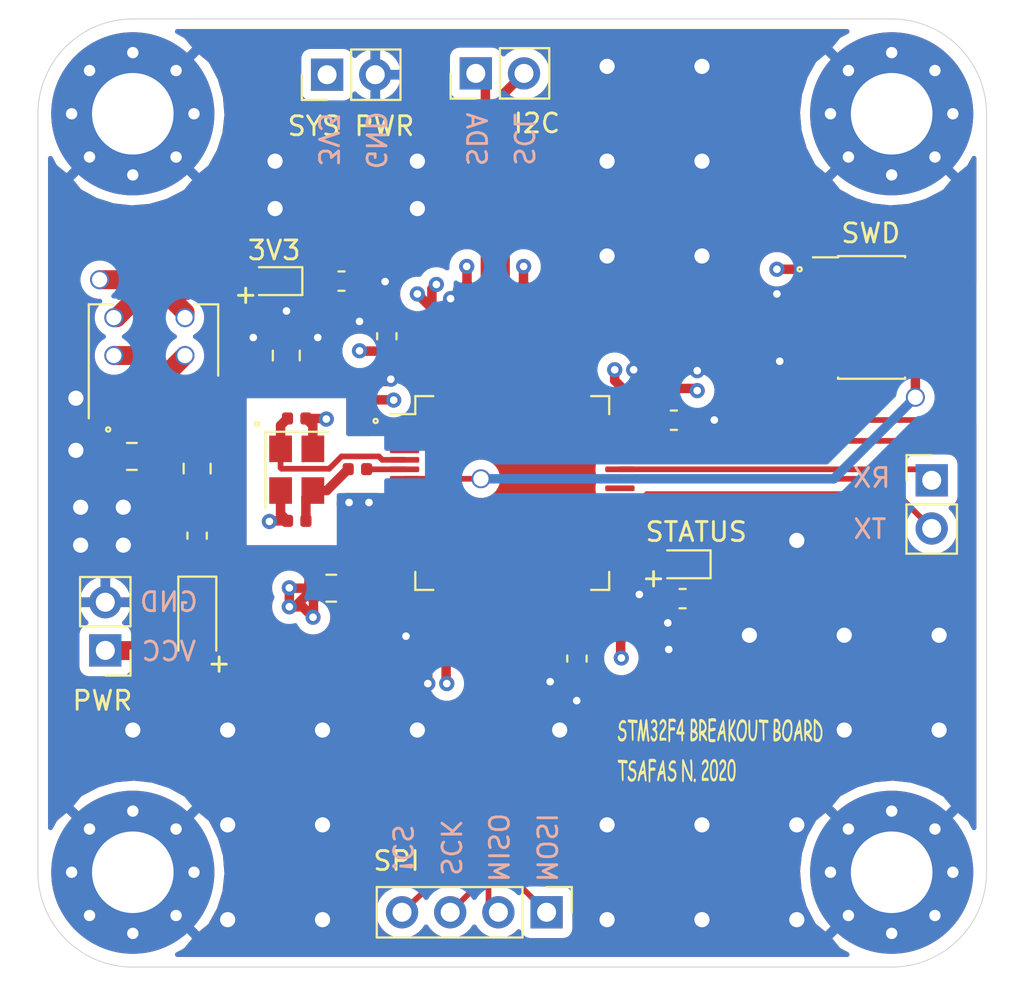
<source format=kicad_pcb>
(kicad_pcb (version 20171130) (host pcbnew "(5.1.5)-3")
  (layers (0 F.Cu signal) (1 In1.Cu power) (2 In2.Cu power) (31 B.Cu signal) (34 B.Paste user) (35 F.Paste user) (36 B.SilkS user) (37 F.SilkS user) (38 B.Mask user) (39 F.Mask user) (44 Edge.Cuts user))
  (net 0 "")
  (net 1 +3V3)
  (net 2 GND)
  (net 3 "Net-(C11-Pad1)")
  (net 4 +3.3VA)
  (net 5 "Net-(C15-Pad1)")
  (net 6 "Net-(C16-Pad1)")
  (net 7 HSE_IN)
  (net 8 "Net-(C18-Pad1)")
  (net 9 "Net-(D1-Pad1)")
  (net 10 VCC)
  (net 11 "Net-(D2-Pad1)")
  (net 12 "Net-(D3-Pad2)")
  (net 13 "Net-(D3-Pad1)")
  (net 14 "Net-(F1-Pad2)")
  (net 15 USART1_RX)
  (net 16 USART1_TX)
  (net 17 SWDIO)
  (net 18 SWCLK)
  (net 19 SWO)
  (net 20 "Net-(J3-Pad7)")
  (net 21 "Net-(J3-Pad8)")
  (net 22 NRST)
  (net 23 I2C1_SCL)
  (net 24 I2C1_SDA)
  (net 25 SPI1_CS)
  (net 26 SPI1_SCK)
  (net 27 SPI1_MISO)
  (net 28 SPI1_MOSI)
  (net 29 HSE_OUT)
  (net 30 BOOT0)
  (net 31 BOOT1)
  (net 32 "Net-(U2-Pad2)")
  (net 33 "Net-(U2-Pad3)")
  (net 34 "Net-(U2-Pad4)")
  (net 35 "Net-(U2-Pad8)")
  (net 36 "Net-(U2-Pad9)")
  (net 37 "Net-(U2-Pad10)")
  (net 38 "Net-(U2-Pad11)")
  (net 39 "Net-(U2-Pad14)")
  (net 40 "Net-(U2-Pad15)")
  (net 41 "Net-(U2-Pad16)")
  (net 42 "Net-(U2-Pad17)")
  (net 43 "Net-(U2-Pad24)")
  (net 44 "Net-(U2-Pad25)")
  (net 45 "Net-(U2-Pad26)")
  (net 46 "Net-(U2-Pad27)")
  (net 47 "Net-(U2-Pad29)")
  (net 48 "Net-(U2-Pad30)")
  (net 49 "Net-(U2-Pad34)")
  (net 50 "Net-(U2-Pad35)")
  (net 51 "Net-(U2-Pad36)")
  (net 52 "Net-(U2-Pad37)")
  (net 53 "Net-(U2-Pad38)")
  (net 54 "Net-(U2-Pad39)")
  (net 55 "Net-(U2-Pad40)")
  (net 56 "Net-(U2-Pad41)")
  (net 57 "Net-(U2-Pad44)")
  (net 58 "Net-(U2-Pad45)")
  (net 59 "Net-(U2-Pad50)")
  (net 60 "Net-(U2-Pad51)")
  (net 61 "Net-(U2-Pad52)")
  (net 62 "Net-(U2-Pad53)")
  (net 63 "Net-(U2-Pad54)")
  (net 64 "Net-(U2-Pad56)")
  (net 65 "Net-(U2-Pad57)")
  (net 66 "Net-(U2-Pad61)")
  (net 67 "Net-(U2-Pad62)")
  (module SilkScreeenLogo:F4SilkScreen (layer F.Cu) (at 66 68.7)
    (fp_text reference G*** hide)
    (fp_text value LOGO hide)
  )
  (module Capacitor_SMD:C_0603_1608Metric (layer F.Cu) (at 63.52 51.16)
    (fp_text reference C16)
    (fp_text value "2.2 uF")
    (pad 2 smd roundrect (at 0.7875 0) (size 0.875 0.95) (layers F.Cu F.Paste F.Mask) (net 2 GND))
    (pad 1 smd roundrect (at -0.7875 0) (size 0.875 0.95) (layers F.Cu F.Paste F.Mask) (net 6 "Net-(C16-Pad1)"))
  )
  (module Capacitor_SMD:C_0603_1608Metric (layer F.Cu) (at 58.41 63.73 270)
    (fp_text reference C15)
    (fp_text value "2.2 uF")
    (pad 2 smd roundrect (at 0.7875 0 270) (size 0.875 0.95) (layers F.Cu F.Paste F.Mask) (net 2 GND))
    (pad 1 smd roundrect (at -0.7875 0 270) (size 0.875 0.95) (layers F.Cu F.Paste F.Mask) (net 5 "Net-(C15-Pad1)"))
  )
  (module Capacitor_SMD:C_0603_1608Metric (layer F.Cu) (at 48.39 46.73 90)
    (fp_text reference C1)
    (fp_text value "10 uF")
    (pad 1 smd roundrect (at -0.7875 0 90) (size 0.875 0.95) (layers F.Cu F.Paste F.Mask) (net 1 +3V3))
    (pad 2 smd roundrect (at 0.7875 0 90) (size 0.875 0.95) (layers F.Cu F.Paste F.Mask) (net 2 GND))
  )
  (module Capacitor_SMD:C_0402_1005Metric (layer F.Cu) (at 47.4 49.6 90)
    (fp_text reference C2)
    (fp_text value "100 nF")
    (pad 2 smd roundrect (at 0.485 0 90) (size 0.59 0.64) (layers F.Cu F.Paste F.Mask) (net 2 GND))
    (pad 1 smd roundrect (at -0.485 0 90) (size 0.59 0.64) (layers F.Cu F.Paste F.Mask) (net 1 +3V3))
  )
  (module Capacitor_SMD:C_0402_1005Metric (layer F.Cu) (at 51.03 62.58 180)
    (fp_text reference C3)
    (fp_text value "100 nF")
    (pad 1 smd roundrect (at -0.485 0 180) (size 0.59 0.64) (layers F.Cu F.Paste F.Mask) (net 1 +3V3))
    (pad 2 smd roundrect (at 0.485 0 180) (size 0.59 0.64) (layers F.Cu F.Paste F.Mask) (net 2 GND))
  )
  (module Capacitor_SMD:C_0402_1005Metric (layer F.Cu) (at 51.03 63.83 180)
    (fp_text reference C4)
    (fp_text value "100 nF")
    (pad 2 smd roundrect (at 0.485 0 180) (size 0.59 0.64) (layers F.Cu F.Paste F.Mask) (net 2 GND))
    (pad 1 smd roundrect (at -0.485 0 180) (size 0.59 0.64) (layers F.Cu F.Paste F.Mask) (net 1 +3V3))
  )
  (module Capacitor_SMD:C_0402_1005Metric (layer F.Cu) (at 61.19 61.46)
    (fp_text reference C5)
    (fp_text value "100 nF")
    (pad 1 smd roundrect (at -0.485 0) (size 0.59 0.64) (layers F.Cu F.Paste F.Mask) (net 1 +3V3))
    (pad 2 smd roundrect (at 0.485 0) (size 0.59 0.64) (layers F.Cu F.Paste F.Mask) (net 2 GND))
  )
  (module Capacitor_SMD:C_0402_1005Metric (layer F.Cu) (at 61.2 62.6)
    (fp_text reference C6)
    (fp_text value "100 nF")
    (pad 2 smd roundrect (at 0.485 0) (size 0.59 0.64) (layers F.Cu F.Paste F.Mask) (net 2 GND))
    (pad 1 smd roundrect (at -0.485 0) (size 0.59 0.64) (layers F.Cu F.Paste F.Mask) (net 1 +3V3))
  )
  (module Capacitor_SMD:C_0402_1005Metric (layer F.Cu) (at 63.5 49 90)
    (fp_text reference C7)
    (fp_text value "100 nF")
    (pad 1 smd roundrect (at -0.485 0 90) (size 0.59 0.64) (layers F.Cu F.Paste F.Mask) (net 1 +3V3))
    (pad 2 smd roundrect (at 0.485 0 90) (size 0.59 0.64) (layers F.Cu F.Paste F.Mask) (net 2 GND))
  )
  (module Capacitor_SMD:C_0402_1005Metric (layer F.Cu) (at 62.5 49 90)
    (fp_text reference C8)
    (fp_text value "100 nF")
    (pad 1 smd roundrect (at -0.485 0 90) (size 0.59 0.64) (layers F.Cu F.Paste F.Mask) (net 1 +3V3))
    (pad 2 smd roundrect (at 0.485 0 90) (size 0.59 0.64) (layers F.Cu F.Paste F.Mask) (net 2 GND))
  )
  (module Capacitor_SMD:C_0402_1005Metric (layer F.Cu) (at 51.25 46.75)
    (fp_text reference C9)
    (fp_text value "100 nF")
    (pad 1 smd roundrect (at -0.485 0) (size 0.59 0.64) (layers F.Cu F.Paste F.Mask) (net 1 +3V3))
    (pad 2 smd roundrect (at 0.485 0) (size 0.59 0.64) (layers F.Cu F.Paste F.Mask) (net 2 GND))
  )
  (module Capacitor_SMD:C_0402_1005Metric (layer F.Cu) (at 51.25 45.75)
    (fp_text reference C10)
    (fp_text value "100 nF")
    (pad 2 smd roundrect (at 0.485 0) (size 0.59 0.64) (layers F.Cu F.Paste F.Mask) (net 2 GND))
    (pad 1 smd roundrect (at -0.485 0) (size 0.59 0.64) (layers F.Cu F.Paste F.Mask) (net 1 +3V3))
  )
  (module Capacitor_SMD:C_0805_2012Metric (layer F.Cu) (at 43.09 47.75 90)
    (fp_text reference C11)
    (fp_text value "10 uF")
    (pad 1 smd roundrect (at -0.9375 0 90) (size 0.975 1.4) (layers F.Cu F.Paste F.Mask) (net 3 "Net-(C11-Pad1)"))
    (pad 2 smd roundrect (at 0.9375 0 90) (size 0.975 1.4) (layers F.Cu F.Paste F.Mask) (net 2 GND))
  )
  (module Capacitor_SMD:C_0805_2012Metric (layer F.Cu) (at 34.95 53.07 180)
    (fp_text reference C12)
    (fp_text value "10 uF")
    (pad 2 smd roundrect (at 0.9375 0 180) (size 0.975 1.4) (layers F.Cu F.Paste F.Mask) (net 2 GND))
    (pad 1 smd roundrect (at -0.9375 0 180) (size 0.975 1.4) (layers F.Cu F.Paste F.Mask) (net 1 +3V3))
  )
  (module Capacitor_SMD:C_0402_1005Metric (layer F.Cu) (at 46.4 57 90)
    (fp_text reference C13)
    (fp_text value "100 nF")
    (pad 2 smd roundrect (at 0.485 0 90) (size 0.59 0.64) (layers F.Cu F.Paste F.Mask) (net 2 GND))
    (pad 1 smd roundrect (at -0.485 0 90) (size 0.59 0.64) (layers F.Cu F.Paste F.Mask) (net 4 +3.3VA))
  )
  (module Capacitor_SMD:C_0402_1005Metric (layer F.Cu) (at 47.475 57 90)
    (fp_text reference C14)
    (fp_text value "10 nF")
    (pad 1 smd roundrect (at -0.485 0 90) (size 0.59 0.64) (layers F.Cu F.Paste F.Mask) (net 4 +3.3VA))
    (pad 2 smd roundrect (at 0.485 0 90) (size 0.59 0.64) (layers F.Cu F.Paste F.Mask) (net 2 GND))
  )
  (module Capacitor_SMD:C_0402_1005Metric (layer F.Cu) (at 43.64 51.07)
    (fp_text reference C17)
    (fp_text value "12 pF")
    (pad 2 smd roundrect (at 0.485 0) (size 0.59 0.64) (layers F.Cu F.Paste F.Mask) (net 2 GND))
    (pad 1 smd roundrect (at -0.485 0) (size 0.59 0.64) (layers F.Cu F.Paste F.Mask) (net 7 HSE_IN))
  )
  (module Capacitor_SMD:C_0402_1005Metric (layer F.Cu) (at 43.64 56.47 180)
    (fp_text reference C18)
    (fp_text value "12 pF")
    (pad 1 smd roundrect (at -0.485 0 180) (size 0.59 0.64) (layers F.Cu F.Paste F.Mask) (net 8 "Net-(C18-Pad1)"))
    (pad 2 smd roundrect (at 0.485 0 180) (size 0.59 0.64) (layers F.Cu F.Paste F.Mask) (net 2 GND))
  )
  (module Diode_SMD:D_SOD-123 (layer F.Cu) (at 38.4 61.66 270)
    (fp_text reference D1)
    (fp_text value B5819W)
    (pad 1 smd rect (at -1.65 0 270) (size 0.9 1.2) (layers F.Cu F.Paste F.Mask) (net 9 "Net-(D1-Pad1)"))
    (pad 2 smd rect (at 1.65 0 270) (size 0.9 1.2) (layers F.Cu F.Paste F.Mask) (net 10 VCC))
  )
  (module LED_SMD:LED_0603_1608Metric (layer F.Cu) (at 42.45 43.825 180)
    (fp_text reference D2)
    (fp_text value Red)
    (pad 1 smd roundrect (at -0.7875 0 180) (size 0.875 0.95) (layers F.Cu F.Paste F.Mask) (net 11 "Net-(D2-Pad1)"))
    (pad 2 smd roundrect (at 0.7875 0 180) (size 0.875 0.95) (layers F.Cu F.Paste F.Mask) (net 1 +3V3))
  )
  (module LED_SMD:LED_0603_1608Metric (layer F.Cu) (at 63.97 58.76 180)
    (fp_text reference D3)
    (fp_text value Red)
    (pad 2 smd roundrect (at 0.7875 0 180) (size 0.875 0.95) (layers F.Cu F.Paste F.Mask) (net 12 "Net-(D3-Pad2)"))
    (pad 1 smd roundrect (at -0.7875 0 180) (size 0.875 0.95) (layers F.Cu F.Paste F.Mask) (net 13 "Net-(D3-Pad1)"))
  )
  (module Fuse:Fuse_0603_1608Metric (layer F.Cu) (at 38.39 57.25 90)
    (fp_text reference F1)
    (fp_text value "500 mA")
    (pad 1 smd roundrect (at -0.7875 0 90) (size 0.875 0.95) (layers F.Cu F.Paste F.Mask) (net 9 "Net-(D1-Pad1)"))
    (pad 2 smd roundrect (at 0.7875 0 90) (size 0.875 0.95) (layers F.Cu F.Paste F.Mask) (net 14 "Net-(F1-Pad2)"))
  )
  (module Inductor_SMD:L_0805_2012Metric (layer F.Cu) (at 38.39 53.71 270)
    (fp_text reference FB1)
    (fp_text value "100 Ohms @ 100 MHz")
    (pad 1 smd roundrect (at -0.9375 0 270) (size 0.975 1.4) (layers F.Cu F.Paste F.Mask) (net 3 "Net-(C11-Pad1)"))
    (pad 2 smd roundrect (at 0.9375 0 270) (size 0.975 1.4) (layers F.Cu F.Paste F.Mask) (net 14 "Net-(F1-Pad2)"))
  )
  (module Inductor_SMD:L_0805_2012Metric (layer F.Cu) (at 45.46 60.02 180)
    (fp_text reference FB2)
    (fp_text value "100 Ohms @ 100 MHz")
    (pad 2 smd roundrect (at 0.9375 0 180) (size 0.975 1.4) (layers F.Cu F.Paste F.Mask) (net 1 +3V3))
    (pad 1 smd roundrect (at -0.9375 0 180) (size 0.975 1.4) (layers F.Cu F.Paste F.Mask) (net 4 +3.3VA))
  )
  (module MountingHole:MountingHole_4.3mm_M4_Pad_Via (layer F.Cu) (at 35 35)
    (fp_text reference H1)
    (fp_text value MountingHole_Pad)
    (pad 1 thru_hole circle (at 2.280419 -2.280419) (size 0.9 0.9) (drill 0.6) (layers *.Cu *.Mask) (net 2 GND))
    (pad 1 thru_hole circle (at 0 -3.225) (size 0.9 0.9) (drill 0.6) (layers *.Cu *.Mask) (net 2 GND))
    (pad 1 thru_hole circle (at -2.280419 -2.280419) (size 0.9 0.9) (drill 0.6) (layers *.Cu *.Mask) (net 2 GND))
    (pad 1 thru_hole circle (at -3.225 0) (size 0.9 0.9) (drill 0.6) (layers *.Cu *.Mask) (net 2 GND))
    (pad 1 thru_hole circle (at -2.280419 2.280419) (size 0.9 0.9) (drill 0.6) (layers *.Cu *.Mask) (net 2 GND))
    (pad 1 thru_hole circle (at 0 3.225) (size 0.9 0.9) (drill 0.6) (layers *.Cu *.Mask) (net 2 GND))
    (pad 1 thru_hole circle (at 2.280419 2.280419) (size 0.9 0.9) (drill 0.6) (layers *.Cu *.Mask) (net 2 GND))
    (pad 1 thru_hole circle (at 3.225 0) (size 0.9 0.9) (drill 0.6) (layers *.Cu *.Mask) (net 2 GND))
    (pad 1 thru_hole circle (at 0 0) (size 8.6 8.6) (drill 4.3) (layers *.Cu *.Mask) (net 2 GND))
  )
  (module MountingHole:MountingHole_4.3mm_M4_Pad_Via (layer F.Cu) (at 75 35)
    (fp_text reference H2)
    (fp_text value MountingHole_Pad)
    (pad 1 thru_hole circle (at 0 0) (size 8.6 8.6) (drill 4.3) (layers *.Cu *.Mask) (net 2 GND))
    (pad 1 thru_hole circle (at 3.225 0) (size 0.9 0.9) (drill 0.6) (layers *.Cu *.Mask) (net 2 GND))
    (pad 1 thru_hole circle (at 2.280419 2.280419) (size 0.9 0.9) (drill 0.6) (layers *.Cu *.Mask) (net 2 GND))
    (pad 1 thru_hole circle (at 0 3.225) (size 0.9 0.9) (drill 0.6) (layers *.Cu *.Mask) (net 2 GND))
    (pad 1 thru_hole circle (at -2.280419 2.280419) (size 0.9 0.9) (drill 0.6) (layers *.Cu *.Mask) (net 2 GND))
    (pad 1 thru_hole circle (at -3.225 0) (size 0.9 0.9) (drill 0.6) (layers *.Cu *.Mask) (net 2 GND))
    (pad 1 thru_hole circle (at -2.280419 -2.280419) (size 0.9 0.9) (drill 0.6) (layers *.Cu *.Mask) (net 2 GND))
    (pad 1 thru_hole circle (at 0 -3.225) (size 0.9 0.9) (drill 0.6) (layers *.Cu *.Mask) (net 2 GND))
    (pad 1 thru_hole circle (at 2.280419 -2.280419) (size 0.9 0.9) (drill 0.6) (layers *.Cu *.Mask) (net 2 GND))
  )
  (module MountingHole:MountingHole_4.3mm_M4_Pad_Via (layer F.Cu) (at 75 75)
    (fp_text reference H3)
    (fp_text value MountingHole_Pad)
    (pad 1 thru_hole circle (at 2.280419 -2.280419) (size 0.9 0.9) (drill 0.6) (layers *.Cu *.Mask) (net 2 GND))
    (pad 1 thru_hole circle (at 0 -3.225) (size 0.9 0.9) (drill 0.6) (layers *.Cu *.Mask) (net 2 GND))
    (pad 1 thru_hole circle (at -2.280419 -2.280419) (size 0.9 0.9) (drill 0.6) (layers *.Cu *.Mask) (net 2 GND))
    (pad 1 thru_hole circle (at -3.225 0) (size 0.9 0.9) (drill 0.6) (layers *.Cu *.Mask) (net 2 GND))
    (pad 1 thru_hole circle (at -2.280419 2.280419) (size 0.9 0.9) (drill 0.6) (layers *.Cu *.Mask) (net 2 GND))
    (pad 1 thru_hole circle (at 0 3.225) (size 0.9 0.9) (drill 0.6) (layers *.Cu *.Mask) (net 2 GND))
    (pad 1 thru_hole circle (at 2.280419 2.280419) (size 0.9 0.9) (drill 0.6) (layers *.Cu *.Mask) (net 2 GND))
    (pad 1 thru_hole circle (at 3.225 0) (size 0.9 0.9) (drill 0.6) (layers *.Cu *.Mask) (net 2 GND))
    (pad 1 thru_hole circle (at 0 0) (size 8.6 8.6) (drill 4.3) (layers *.Cu *.Mask) (net 2 GND))
  )
  (module MountingHole:MountingHole_4.3mm_M4_Pad_Via (layer F.Cu) (at 35 75)
    (fp_text reference H4)
    (fp_text value MountingHole_Pad)
    (pad 1 thru_hole circle (at 0 0) (size 8.6 8.6) (drill 4.3) (layers *.Cu *.Mask) (net 2 GND))
    (pad 1 thru_hole circle (at 3.225 0) (size 0.9 0.9) (drill 0.6) (layers *.Cu *.Mask) (net 2 GND))
    (pad 1 thru_hole circle (at 2.280419 2.280419) (size 0.9 0.9) (drill 0.6) (layers *.Cu *.Mask) (net 2 GND))
    (pad 1 thru_hole circle (at 0 3.225) (size 0.9 0.9) (drill 0.6) (layers *.Cu *.Mask) (net 2 GND))
    (pad 1 thru_hole circle (at -2.280419 2.280419) (size 0.9 0.9) (drill 0.6) (layers *.Cu *.Mask) (net 2 GND))
    (pad 1 thru_hole circle (at -3.225 0) (size 0.9 0.9) (drill 0.6) (layers *.Cu *.Mask) (net 2 GND))
    (pad 1 thru_hole circle (at -2.280419 -2.280419) (size 0.9 0.9) (drill 0.6) (layers *.Cu *.Mask) (net 2 GND))
    (pad 1 thru_hole circle (at 0 -3.225) (size 0.9 0.9) (drill 0.6) (layers *.Cu *.Mask) (net 2 GND))
    (pad 1 thru_hole circle (at 2.280419 -2.280419) (size 0.9 0.9) (drill 0.6) (layers *.Cu *.Mask) (net 2 GND))
  )
  (module Crystal:Crystal_SMD_3225-4Pin_3.2x2.5mm (layer F.Cu) (at 43.64 53.77 270)
    (fp_text reference HSE1)
    (fp_text value "16 MHz")
    (pad 1 smd rect (at -1.1 0.85 270) (size 1.4 1.2) (layers F.Cu F.Paste F.Mask) (net 7 HSE_IN))
    (pad 2 smd rect (at 1.1 0.85 270) (size 1.4 1.2) (layers F.Cu F.Paste F.Mask) (net 2 GND))
    (pad 3 smd rect (at 1.1 -0.85 270) (size 1.4 1.2) (layers F.Cu F.Paste F.Mask) (net 8 "Net-(C18-Pad1)"))
    (pad 4 smd rect (at -1.1 -0.85 270) (size 1.4 1.2) (layers F.Cu F.Paste F.Mask) (net 2 GND))
  )
  (module Connector_PinHeader_2.54mm:PinHeader_1x02_P2.54mm_Vertical (layer F.Cu) (at 33.55 63.3 180)
    (fp_text reference J1)
    (fp_text value Conn_01x02)
    (pad 2 thru_hole oval (at 0 2.54 180) (size 1.7 1.7) (drill 1) (layers *.Cu *.Mask) (net 2 GND))
    (pad 1 thru_hole rect (at 0 0 180) (size 1.7 1.7) (drill 1) (layers *.Cu *.Mask) (net 10 VCC))
  )
  (module Connector_PinHeader_2.54mm:PinHeader_1x02_P2.54mm_Vertical (layer F.Cu) (at 77.11 54.33)
    (fp_text reference J2)
    (fp_text value Conn_01x02)
    (pad 2 thru_hole oval (at 0 2.54) (size 1.7 1.7) (drill 1) (layers *.Cu *.Mask) (net 16 USART1_TX))
    (pad 1 thru_hole rect (at 0 0) (size 1.7 1.7) (drill 1) (layers *.Cu *.Mask) (net 15 USART1_RX))
  )
  (module Connector_PinHeader_1.27mm:PinHeader_2x05_P1.27mm_Vertical_SMD (layer F.Cu) (at 73.94 45.74)
    (fp_text reference J3)
    (fp_text value Conn_02x05_Odd_Even)
    (pad 1 smd rect (at -1.95 -2.54) (size 2.4 0.74) (layers F.Cu F.Paste F.Mask) (net 1 +3V3))
    (pad 2 smd rect (at 1.95 -2.54) (size 2.4 0.74) (layers F.Cu F.Paste F.Mask) (net 17 SWDIO))
    (pad 3 smd rect (at -1.95 -1.27) (size 2.4 0.74) (layers F.Cu F.Paste F.Mask) (net 2 GND))
    (pad 4 smd rect (at 1.95 -1.27) (size 2.4 0.74) (layers F.Cu F.Paste F.Mask) (net 18 SWCLK))
    (pad 5 smd rect (at -1.95 0) (size 2.4 0.74) (layers F.Cu F.Paste F.Mask) (net 2 GND))
    (pad 6 smd rect (at 1.95 0) (size 2.4 0.74) (layers F.Cu F.Paste F.Mask) (net 19 SWO))
    (pad 7 smd rect (at -1.95 1.27) (size 2.4 0.74) (layers F.Cu F.Paste F.Mask) (net 20 "Net-(J3-Pad7)"))
    (pad 8 smd rect (at 1.95 1.27) (size 2.4 0.74) (layers F.Cu F.Paste F.Mask) (net 21 "Net-(J3-Pad8)"))
    (pad 9 smd rect (at -1.95 2.54) (size 2.4 0.74) (layers F.Cu F.Paste F.Mask) (net 2 GND))
    (pad 10 smd rect (at 1.95 2.54) (size 2.4 0.74) (layers F.Cu F.Paste F.Mask) (net 22 NRST))
  )
  (module Connector_PinHeader_2.54mm:PinHeader_1x02_P2.54mm_Vertical (layer F.Cu) (at 53.08 32.87 90)
    (fp_text reference J4)
    (fp_text value Conn_01x02)
    (pad 1 thru_hole rect (at 0 0 90) (size 1.7 1.7) (drill 1) (layers *.Cu *.Mask) (net 24 I2C1_SDA))
    (pad 2 thru_hole oval (at 0 2.54 90) (size 1.7 1.7) (drill 1) (layers *.Cu *.Mask) (net 23 I2C1_SCL))
  )
  (module Connector_PinHeader_2.54mm:PinHeader_1x02_P2.54mm_Vertical (layer F.Cu) (at 45.24 32.94 90)
    (fp_text reference J5)
    (fp_text value Conn_01x02)
    (pad 1 thru_hole rect (at 0 0 90) (size 1.7 1.7) (drill 1) (layers *.Cu *.Mask) (net 1 +3V3))
    (pad 2 thru_hole oval (at 0 2.54 90) (size 1.7 1.7) (drill 1) (layers *.Cu *.Mask) (net 2 GND))
  )
  (module Connector_PinHeader_2.54mm:PinHeader_1x04_P2.54mm_Vertical (layer F.Cu) (at 56.81 77.11 270)
    (fp_text reference J6)
    (fp_text value Conn_01x04)
    (pad 1 thru_hole rect (at 0 0 270) (size 1.7 1.7) (drill 1) (layers *.Cu *.Mask) (net 28 SPI1_MOSI))
    (pad 2 thru_hole oval (at 0 2.54 270) (size 1.7 1.7) (drill 1) (layers *.Cu *.Mask) (net 27 SPI1_MISO))
    (pad 3 thru_hole oval (at 0 5.08 270) (size 1.7 1.7) (drill 1) (layers *.Cu *.Mask) (net 26 SPI1_SCK))
    (pad 4 thru_hole oval (at 0 7.62 270) (size 1.7 1.7) (drill 1) (layers *.Cu *.Mask) (net 25 SPI1_CS))
  )
  (module Resistor_SMD:R_0603_1608Metric (layer F.Cu) (at 46 43.825 180)
    (fp_text reference R1)
    (fp_text value 2k2)
    (pad 1 smd roundrect (at -0.7875 0 180) (size 0.875 0.95) (layers F.Cu F.Paste F.Mask) (net 2 GND))
    (pad 2 smd roundrect (at 0.7875 0 180) (size 0.875 0.95) (layers F.Cu F.Paste F.Mask) (net 11 "Net-(D2-Pad1)"))
  )
  (module Resistor_SMD:R_0402_1005Metric (layer F.Cu) (at 46.84 53.74 180)
    (fp_text reference R2)
    (fp_text value 220)
    (pad 1 smd roundrect (at -0.485 0 180) (size 0.59 0.64) (layers F.Cu F.Paste F.Mask) (net 29 HSE_OUT))
    (pad 2 smd roundrect (at 0.485 0 180) (size 0.59 0.64) (layers F.Cu F.Paste F.Mask) (net 8 "Net-(C18-Pad1)"))
  )
  (module Resistor_SMD:R_0603_1608Metric (layer F.Cu) (at 63.98 60.57)
    (fp_text reference R3)
    (fp_text value 2k2)
    (pad 2 smd roundrect (at 0.7875 0) (size 0.875 0.95) (layers F.Cu F.Paste F.Mask) (net 13 "Net-(D3-Pad1)"))
    (pad 1 smd roundrect (at -0.7875 0) (size 0.875 0.95) (layers F.Cu F.Paste F.Mask) (net 2 GND))
  )
  (module Resistor_SMD:R_0402_1005Metric (layer F.Cu) (at 55.11 44.13)
    (fp_text reference R4)
    (fp_text value 2k2)
    (pad 2 smd roundrect (at 0.485 0) (size 0.59 0.64) (layers F.Cu F.Paste F.Mask) (net 1 +3V3))
    (pad 1 smd roundrect (at -0.485 0) (size 0.59 0.64) (layers F.Cu F.Paste F.Mask) (net 23 I2C1_SCL))
  )
  (module Resistor_SMD:R_0402_1005Metric (layer F.Cu) (at 53.1 44.14 180)
    (fp_text reference R5)
    (fp_text value 2k2)
    (pad 1 smd roundrect (at -0.485 0 180) (size 0.59 0.64) (layers F.Cu F.Paste F.Mask) (net 24 I2C1_SDA))
    (pad 2 smd roundrect (at 0.485 0 180) (size 0.59 0.64) (layers F.Cu F.Paste F.Mask) (net 1 +3V3))
  )
  (module Resistor_SMD:R_0402_1005Metric (layer F.Cu) (at 52.82 46.27 90)
    (fp_text reference R6)
    (fp_text value "10 k")
    (pad 2 smd roundrect (at 0.485 0 90) (size 0.59 0.64) (layers F.Cu F.Paste F.Mask) (net 2 GND))
    (pad 1 smd roundrect (at -0.485 0 90) (size 0.59 0.64) (layers F.Cu F.Paste F.Mask) (net 30 BOOT0))
  )
  (module Resistor_SMD:R_0402_1005Metric (layer F.Cu) (at 57 63.32 270)
    (fp_text reference R7)
    (fp_text value "10 k")
    (pad 1 smd roundrect (at -0.485 0 270) (size 0.59 0.64) (layers F.Cu F.Paste F.Mask) (net 31 BOOT1))
    (pad 2 smd roundrect (at 0.485 0 270) (size 0.59 0.64) (layers F.Cu F.Paste F.Mask) (net 2 GND))
  )
  (module Package_TO_SOT_SMD:SOT-223-3_TabPin2 (layer F.Cu) (at 36.09 46.96 90)
    (fp_text reference U1)
    (fp_text value AMS1117-3.3)
    (pad 2 smd rect (at 3.15 0 90) (size 2 3.8) (layers F.Cu F.Paste F.Mask) (net 1 +3V3))
    (pad 2 smd rect (at -3.15 0 90) (size 2 1.5) (layers F.Cu F.Paste F.Mask) (net 1 +3V3))
    (pad 3 smd rect (at -3.15 2.3 90) (size 2 1.5) (layers F.Cu F.Paste F.Mask) (net 3 "Net-(C11-Pad1)"))
    (pad 1 smd rect (at -3.15 -2.3 90) (size 2 1.5) (layers F.Cu F.Paste F.Mask) (net 2 GND))
  )
  (module Package_QFP:LQFP-64_10x10mm_P0.5mm (layer F.Cu) (at 55 55)
    (fp_text reference U2)
    (fp_text value STM32F405RGTx)
    (pad 1 smd roundrect (at -5.675 -3.75) (size 1.55 0.3) (layers F.Cu F.Paste F.Mask) (net 1 +3V3))
    (pad 2 smd roundrect (at -5.675 -3.25) (size 1.55 0.3) (layers F.Cu F.Paste F.Mask) (net 32 "Net-(U2-Pad2)"))
    (pad 3 smd roundrect (at -5.675 -2.75) (size 1.55 0.3) (layers F.Cu F.Paste F.Mask) (net 33 "Net-(U2-Pad3)"))
    (pad 4 smd roundrect (at -5.675 -2.25) (size 1.55 0.3) (layers F.Cu F.Paste F.Mask) (net 34 "Net-(U2-Pad4)"))
    (pad 5 smd roundrect (at -5.675 -1.75) (size 1.55 0.3) (layers F.Cu F.Paste F.Mask) (net 7 HSE_IN))
    (pad 6 smd roundrect (at -5.675 -1.25) (size 1.55 0.3) (layers F.Cu F.Paste F.Mask) (net 29 HSE_OUT))
    (pad 7 smd roundrect (at -5.675 -0.75) (size 1.55 0.3) (layers F.Cu F.Paste F.Mask) (net 22 NRST))
    (pad 8 smd roundrect (at -5.675 -0.25) (size 1.55 0.3) (layers F.Cu F.Paste F.Mask) (net 35 "Net-(U2-Pad8)"))
    (pad 9 smd roundrect (at -5.675 0.25) (size 1.55 0.3) (layers F.Cu F.Paste F.Mask) (net 36 "Net-(U2-Pad9)"))
    (pad 10 smd roundrect (at -5.675 0.75) (size 1.55 0.3) (layers F.Cu F.Paste F.Mask) (net 37 "Net-(U2-Pad10)"))
    (pad 11 smd roundrect (at -5.675 1.25) (size 1.55 0.3) (layers F.Cu F.Paste F.Mask) (net 38 "Net-(U2-Pad11)"))
    (pad 12 smd roundrect (at -5.675 1.75) (size 1.55 0.3) (layers F.Cu F.Paste F.Mask) (net 2 GND))
    (pad 13 smd roundrect (at -5.675 2.25) (size 1.55 0.3) (layers F.Cu F.Paste F.Mask) (net 4 +3.3VA))
    (pad 14 smd roundrect (at -5.675 2.75) (size 1.55 0.3) (layers F.Cu F.Paste F.Mask) (net 39 "Net-(U2-Pad14)"))
    (pad 15 smd roundrect (at -5.675 3.25) (size 1.55 0.3) (layers F.Cu F.Paste F.Mask) (net 40 "Net-(U2-Pad15)"))
    (pad 16 smd roundrect (at -5.675 3.75) (size 1.55 0.3) (layers F.Cu F.Paste F.Mask) (net 41 "Net-(U2-Pad16)"))
    (pad 17 smd roundrect (at -3.75 5.675) (size 0.3 1.55) (layers F.Cu F.Paste F.Mask) (net 42 "Net-(U2-Pad17)"))
    (pad 18 smd roundrect (at -3.25 5.675) (size 0.3 1.55) (layers F.Cu F.Paste F.Mask) (net 2 GND))
    (pad 19 smd roundrect (at -2.75 5.675) (size 0.3 1.55) (layers F.Cu F.Paste F.Mask) (net 1 +3V3))
    (pad 20 smd roundrect (at -2.25 5.675) (size 0.3 1.55) (layers F.Cu F.Paste F.Mask) (net 25 SPI1_CS))
    (pad 21 smd roundrect (at -1.75 5.675) (size 0.3 1.55) (layers F.Cu F.Paste F.Mask) (net 26 SPI1_SCK))
    (pad 22 smd roundrect (at -1.25 5.675) (size 0.3 1.55) (layers F.Cu F.Paste F.Mask) (net 27 SPI1_MISO))
    (pad 23 smd roundrect (at -0.75 5.675) (size 0.3 1.55) (layers F.Cu F.Paste F.Mask) (net 28 SPI1_MOSI))
    (pad 24 smd roundrect (at -0.25 5.675) (size 0.3 1.55) (layers F.Cu F.Paste F.Mask) (net 43 "Net-(U2-Pad24)"))
    (pad 25 smd roundrect (at 0.25 5.675) (size 0.3 1.55) (layers F.Cu F.Paste F.Mask) (net 44 "Net-(U2-Pad25)"))
    (pad 26 smd roundrect (at 0.75 5.675) (size 0.3 1.55) (layers F.Cu F.Paste F.Mask) (net 45 "Net-(U2-Pad26)"))
    (pad 27 smd roundrect (at 1.25 5.675) (size 0.3 1.55) (layers F.Cu F.Paste F.Mask) (net 46 "Net-(U2-Pad27)"))
    (pad 28 smd roundrect (at 1.75 5.675) (size 0.3 1.55) (layers F.Cu F.Paste F.Mask) (net 31 BOOT1))
    (pad 29 smd roundrect (at 2.25 5.675) (size 0.3 1.55) (layers F.Cu F.Paste F.Mask) (net 47 "Net-(U2-Pad29)"))
    (pad 30 smd roundrect (at 2.75 5.675) (size 0.3 1.55) (layers F.Cu F.Paste F.Mask) (net 48 "Net-(U2-Pad30)"))
    (pad 31 smd roundrect (at 3.25 5.675) (size 0.3 1.55) (layers F.Cu F.Paste F.Mask) (net 5 "Net-(C15-Pad1)"))
    (pad 32 smd roundrect (at 3.75 5.675) (size 0.3 1.55) (layers F.Cu F.Paste F.Mask) (net 1 +3V3))
    (pad 33 smd roundrect (at 5.675 3.75) (size 1.55 0.3) (layers F.Cu F.Paste F.Mask) (net 12 "Net-(D3-Pad2)"))
    (pad 34 smd roundrect (at 5.675 3.25) (size 1.55 0.3) (layers F.Cu F.Paste F.Mask) (net 49 "Net-(U2-Pad34)"))
    (pad 35 smd roundrect (at 5.675 2.75) (size 1.55 0.3) (layers F.Cu F.Paste F.Mask) (net 50 "Net-(U2-Pad35)"))
    (pad 36 smd roundrect (at 5.675 2.25) (size 1.55 0.3) (layers F.Cu F.Paste F.Mask) (net 51 "Net-(U2-Pad36)"))
    (pad 37 smd roundrect (at 5.675 1.75) (size 1.55 0.3) (layers F.Cu F.Paste F.Mask) (net 52 "Net-(U2-Pad37)"))
    (pad 38 smd roundrect (at 5.675 1.25) (size 1.55 0.3) (layers F.Cu F.Paste F.Mask) (net 53 "Net-(U2-Pad38)"))
    (pad 39 smd roundrect (at 5.675 0.75) (size 1.55 0.3) (layers F.Cu F.Paste F.Mask) (net 54 "Net-(U2-Pad39)"))
    (pad 40 smd roundrect (at 5.675 0.25) (size 1.55 0.3) (layers F.Cu F.Paste F.Mask) (net 55 "Net-(U2-Pad40)"))
    (pad 41 smd roundrect (at 5.675 -0.25) (size 1.55 0.3) (layers F.Cu F.Paste F.Mask) (net 56 "Net-(U2-Pad41)"))
    (pad 42 smd roundrect (at 5.675 -0.75) (size 1.55 0.3) (layers F.Cu F.Paste F.Mask) (net 16 USART1_TX))
    (pad 43 smd roundrect (at 5.675 -1.25) (size 1.55 0.3) (layers F.Cu F.Paste F.Mask) (net 15 USART1_RX))
    (pad 44 smd roundrect (at 5.675 -1.75) (size 1.55 0.3) (layers F.Cu F.Paste F.Mask) (net 57 "Net-(U2-Pad44)"))
    (pad 45 smd roundrect (at 5.675 -2.25) (size 1.55 0.3) (layers F.Cu F.Paste F.Mask) (net 58 "Net-(U2-Pad45)"))
    (pad 46 smd roundrect (at 5.675 -2.75) (size 1.55 0.3) (layers F.Cu F.Paste F.Mask) (net 17 SWDIO))
    (pad 47 smd roundrect (at 5.675 -3.25) (size 1.55 0.3) (layers F.Cu F.Paste F.Mask) (net 6 "Net-(C16-Pad1)"))
    (pad 48 smd roundrect (at 5.675 -3.75) (size 1.55 0.3) (layers F.Cu F.Paste F.Mask) (net 1 +3V3))
    (pad 49 smd roundrect (at 3.75 -5.675) (size 0.3 1.55) (layers F.Cu F.Paste F.Mask) (net 18 SWCLK))
    (pad 50 smd roundrect (at 3.25 -5.675) (size 0.3 1.55) (layers F.Cu F.Paste F.Mask) (net 59 "Net-(U2-Pad50)"))
    (pad 51 smd roundrect (at 2.75 -5.675) (size 0.3 1.55) (layers F.Cu F.Paste F.Mask) (net 60 "Net-(U2-Pad51)"))
    (pad 52 smd roundrect (at 2.25 -5.675) (size 0.3 1.55) (layers F.Cu F.Paste F.Mask) (net 61 "Net-(U2-Pad52)"))
    (pad 53 smd roundrect (at 1.75 -5.675) (size 0.3 1.55) (layers F.Cu F.Paste F.Mask) (net 62 "Net-(U2-Pad53)"))
    (pad 54 smd roundrect (at 1.25 -5.675) (size 0.3 1.55) (layers F.Cu F.Paste F.Mask) (net 63 "Net-(U2-Pad54)"))
    (pad 55 smd roundrect (at 0.75 -5.675) (size 0.3 1.55) (layers F.Cu F.Paste F.Mask) (net 19 SWO))
    (pad 56 smd roundrect (at 0.25 -5.675) (size 0.3 1.55) (layers F.Cu F.Paste F.Mask) (net 64 "Net-(U2-Pad56)"))
    (pad 57 smd roundrect (at -0.25 -5.675) (size 0.3 1.55) (layers F.Cu F.Paste F.Mask) (net 65 "Net-(U2-Pad57)"))
    (pad 58 smd roundrect (at -0.75 -5.675) (size 0.3 1.55) (layers F.Cu F.Paste F.Mask) (net 23 I2C1_SCL))
    (pad 59 smd roundrect (at -1.25 -5.675) (size 0.3 1.55) (layers F.Cu F.Paste F.Mask) (net 24 I2C1_SDA))
    (pad 60 smd roundrect (at -1.75 -5.675) (size 0.3 1.55) (layers F.Cu F.Paste F.Mask) (net 30 BOOT0))
    (pad 61 smd roundrect (at -2.25 -5.675) (size 0.3 1.55) (layers F.Cu F.Paste F.Mask) (net 66 "Net-(U2-Pad61)"))
    (pad 62 smd roundrect (at -2.75 -5.675) (size 0.3 1.55) (layers F.Cu F.Paste F.Mask) (net 67 "Net-(U2-Pad62)"))
    (pad 63 smd roundrect (at -3.25 -5.675) (size 0.3 1.55) (layers F.Cu F.Paste F.Mask) (net 2 GND))
    (pad 64 smd roundrect (at -3.75 -5.675) (size 0.3 1.55) (layers F.Cu F.Paste F.Mask) (net 1 +3V3))
  )
  (gr_circle (center 70.15 43.2) (end 70.15 43.25) (layer F.SilkS) (width 0.12))
  (gr_circle (center 41.55 51.35) (end 41.55 51.4) (layer F.SilkS) (width 0.12))
  (gr_circle (center 33.7 51.65) (end 33.7 51.7) (layer F.SilkS) (width 0.12))
  (gr_circle (center 47.8 51.2) (end 47.8 51.25) (layer F.SilkS) (width 0.12))
  (gr_text + (at 40.95 44.5) (layer F.SilkS) (effects (font (size 1 1))))
  (gr_text + (at 62.45 59.45) (layer F.SilkS) (effects (font (size 1 1))))
  (gr_text + (at 39.55 63.95) (layer F.SilkS) (effects (font (size 1 1))))
  (gr_text STATUS (at 64.7 57.05) (layer F.SilkS) (effects (font (size 1 1))))
  (gr_text 3V3 (at 42.45 42.2) (layer F.SilkS) (effects (font (size 1 1))))
  (gr_text MOSI (at 56.8 73.7 270) (layer B.SilkS) (effects (font (size 1 1)) (justify mirror)))
  (gr_text MISO (at 54.25 73.7 270) (layer B.SilkS) (effects (font (size 1 1)) (justify mirror)))
  (gr_text SCK (at 51.75 73.7 270) (layer B.SilkS) (effects (font (size 1 1)) (justify mirror)))
  (gr_text !CS (at 49.2 73.7 270) (layer B.SilkS) (effects (font (size 1 1)) (justify mirror)))
  (gr_text TX (at 73.85 56.9) (layer B.SilkS) (effects (font (size 1 1)) (justify mirror)))
  (gr_text RX (at 73.95 54.2) (layer B.SilkS) (effects (font (size 1 1)) (justify mirror)))
  (gr_text VCC (at 36.9 63.35) (layer B.SilkS) (effects (font (size 1 1)) (justify mirror)))
  (gr_text GND (at 36.9 60.75) (layer B.SilkS) (effects (font (size 1 1)) (justify mirror)))
  (gr_text SCL (at 55.6 36.35 270) (layer B.SilkS) (effects (font (size 1 1)) (justify mirror)))
  (gr_text SDA (at 53.1 36.35 270) (layer B.SilkS) (effects (font (size 1 1)) (justify mirror)))
  (gr_text GND (at 47.8 36.4 270) (layer B.SilkS) (effects (font (size 1 1)) (justify mirror)))
  (gr_text 3V3 (at 45.3 36.35 270) (layer B.SilkS) (effects (font (size 1 1)) (justify mirror)))
  (gr_text "SYS PWR" (at 46.5 35.65) (layer F.SilkS) (effects (font (size 1 1))))
  (gr_text PWR (at 33.4 65.95) (layer F.SilkS) (effects (font (size 1 1))))
  (gr_text SPI (at 48.9 74.4) (layer F.SilkS) (effects (font (size 1 1))))
  (gr_text SWD (at 73.9 41.3) (layer F.SilkS) (effects (font (size 1 1))))
  (gr_text "I2C\n" (at 56.3 35.5) (layer F.SilkS) (effects (font (size 1 1))))
  (gr_line (start 80 35) (end 80 75) (layer Edge.Cuts) (width 0.05))
  (gr_arc (start 75 75) (end 75 80) (angle -90) (layer Edge.Cuts) (width 0.05))
  (gr_arc (start 35 75) (end 30 75) (angle -90) (layer Edge.Cuts) (width 0.05))
  (gr_arc (start 35 35) (end 35 30) (angle -90) (layer Edge.Cuts) (width 0.05))
  (gr_arc (start 75 35) (end 80 35) (angle -90) (layer Edge.Cuts) (width 0.05))
  (gr_line (start 30 75) (end 30 35) (layer Edge.Cuts) (width 0.05))
  (gr_line (start 75 80) (end 35 80) (layer Edge.Cuts) (width 0.05))
  (gr_line (start 35 30) (end 75 30) (layer Edge.Cuts) (width 0.05))
  (via (at 43.1 45.4) (size 0.8) (drill 0.4) (layers F.Cu B.Cu) (net 2))
  (via (at 48.6 49) (size 0.8) (drill 0.4) (layers F.Cu B.Cu) (net 2))
  (via (at 61.7 60.35) (size 0.8) (drill 0.4) (layers F.Cu B.Cu) (net 2))
  (via (at 61.4 48.5) (size 0.8) (drill 0.4) (layers F.Cu B.Cu) (net 2))
  (via (at 49.4 62.55) (size 0.8) (drill 0.4) (layers F.Cu B.Cu) (net 2))
  (via (at 48.3 43.85) (size 0.8) (drill 0.4) (layers F.Cu B.Cu) (net 2))
  (via (at 63.25 63.25) (size 0.8) (drill 0.4) (layers F.Cu B.Cu) (net 2))
  (via (at 46.95 45.95) (size 0.8) (drill 0.4) (layers F.Cu B.Cu) (net 2))
  (via (at 46.95 47.5) (size 0.8) (drill 0.4) (layers F.Cu B.Cu) (net 1))
  (via (at 51.75 44.75) (size 0.8) (drill 0.4) (layers F.Cu B.Cu) (net 2))
  (via (at 50 44.5) (size 0.8) (drill 0.4) (layers F.Cu B.Cu) (net 1))
  (via (at 51 44) (size 0.8) (drill 0.4) (layers F.Cu B.Cu) (net 1))
  (via (at 32 50) (size 1) (drill 0.8) (layers F.Cu B.Cu) (net 2))
  (via (at 32 52.75) (size 1) (drill 0.8) (layers F.Cu B.Cu) (net 2))
  (via (at 32.25 55.75) (size 1) (drill 0.8) (layers F.Cu B.Cu) (net 2))
  (via (at 34.5 55.75) (size 1) (drill 0.8) (layers F.Cu B.Cu) (net 2))
  (via (at 34.5 57.75) (size 1) (drill 0.8) (layers F.Cu B.Cu) (net 2))
  (via (at 32.25 57.75) (size 1) (drill 0.8) (layers F.Cu B.Cu) (net 2))
  (via (at 37.75 45.75) (size 1) (drill 0.8) (layers F.Cu B.Cu) (net 1))
  (via (at 37.75 47.75) (size 1) (drill 0.8) (layers F.Cu B.Cu) (net 1))
  (via (at 34 47.75) (size 1) (drill 0.8) (layers F.Cu B.Cu) (net 1))
  (via (at 34 45.75) (size 1) (drill 0.8) (layers F.Cu B.Cu) (net 1))
  (segment (start 51.25 49.325) (end 51.25 48.05) (width 0.3) (layer F.Cu) (net 1))
  (segment (start 50.765 47.565) (end 50.765 46.75) (width 0.3) (layer F.Cu) (net 1))
  (segment (start 51.25 48.05) (end 50.765 47.565) (width 0.3) (layer F.Cu) (net 1))
  (segment (start 52.25 61.845) (end 51.515 62.58) (width 0.3) (layer F.Cu) (net 1))
  (segment (start 52.25 60.675) (end 52.25 61.845) (width 0.3) (layer F.Cu) (net 1))
  (segment (start 59.92 60.675) (end 60.705 61.46) (width 0.3) (layer F.Cu) (net 1))
  (segment (start 58.75 60.675) (end 59.92 60.675) (width 0.3) (layer F.Cu) (net 1))
  (segment (start 60.675 51.25) (end 60.675 50.425) (width 0.3) (layer F.Cu) (net 1))
  (segment (start 61.615 49.485) (end 62.5 49.485) (width 0.3) (layer F.Cu) (net 1))
  (segment (start 60.675 50.425) (end 61.615 49.485) (width 0.3) (layer F.Cu) (net 1))
  (segment (start 51.515 62.58) (end 51.515 63.83) (width 0.5) (layer F.Cu) (net 1))
  (segment (start 60.715 61.47) (end 60.705 61.46) (width 0.5) (layer F.Cu) (net 1))
  (segment (start 60.715 62.6) (end 60.715 61.47) (width 0.5) (layer F.Cu) (net 1))
  (segment (start 62.5 49.485) (end 63.5 49.485) (width 0.5) (layer F.Cu) (net 1))
  (segment (start 50.765 46.75) (end 50.765 45.75) (width 0.5) (layer F.Cu) (net 1))
  (segment (start 49.9975 47.5175) (end 50.765 46.75) (width 0.5) (layer F.Cu) (net 1))
  (segment (start 48.39 47.5175) (end 49.9975 47.5175) (width 0.5) (layer F.Cu) (net 1))
  (segment (start 36.09 50.11) (end 36.09 43.81) (width 1) (layer F.Cu) (net 1))
  (segment (start 41.6475 43.81) (end 41.6625 43.825) (width 1) (layer F.Cu) (net 1))
  (segment (start 36.09 43.81) (end 41.6475 43.81) (width 1) (layer F.Cu) (net 1))
  (segment (start 36.09 52.8675) (end 35.8875 53.07) (width 1) (layer F.Cu) (net 1))
  (segment (start 36.09 50.11) (end 36.09 52.8675) (width 1) (layer F.Cu) (net 1))
  (via (at 33.25 43.75) (size 1) (drill 0.8) (layers F.Cu B.Cu) (net 1))
  (segment (start 36.03 43.75) (end 36.09 43.81) (width 1) (layer F.Cu) (net 1))
  (segment (start 33.25 43.75) (end 36.03 43.75) (width 1) (layer F.Cu) (net 1))
  (segment (start 34.15 45.75) (end 36.09 43.81) (width 1) (layer F.Cu) (net 1))
  (segment (start 34 45.75) (end 34.15 45.75) (width 1) (layer F.Cu) (net 1))
  (segment (start 37.75 45.47) (end 36.09 43.81) (width 1) (layer F.Cu) (net 1))
  (segment (start 37.75 45.75) (end 37.75 45.47) (width 1) (layer F.Cu) (net 1))
  (segment (start 35.73 47.75) (end 36.09 48.11) (width 1) (layer F.Cu) (net 1))
  (segment (start 36.09 48.11) (end 36.09 50.11) (width 1) (layer F.Cu) (net 1))
  (segment (start 34 47.75) (end 35.73 47.75) (width 1) (layer F.Cu) (net 1))
  (segment (start 36.09 49.41) (end 36.09 50.11) (width 1) (layer F.Cu) (net 1))
  (segment (start 37.75 47.75) (end 36.09 49.41) (width 1) (layer F.Cu) (net 1))
  (segment (start 50.765 45.265) (end 50 44.5) (width 0.5) (layer F.Cu) (net 1))
  (segment (start 50.765 45.75) (end 50.765 45.265) (width 0.5) (layer F.Cu) (net 1))
  (segment (start 50.765 44.235) (end 51 44) (width 0.5) (layer F.Cu) (net 1))
  (segment (start 50.765 45.75) (end 50.765 44.235) (width 0.5) (layer F.Cu) (net 1))
  (segment (start 46.9675 47.5175) (end 46.95 47.5) (width 0.5) (layer F.Cu) (net 1))
  (segment (start 48.39 47.5175) (end 46.9675 47.5175) (width 0.5) (layer F.Cu) (net 1))
  (segment (start 45.17 51.07) (end 45.2 51.1) (width 0.5) (layer F.Cu) (net 2))
  (segment (start 44.125 51.07) (end 45.17 51.07) (width 0.5) (layer F.Cu) (net 2))
  (segment (start 45.2 51.1) (end 45.2 51.1) (width 0.5) (layer F.Cu) (net 2))
  (via (at 45.2 51.1) (size 0.8) (drill 0.4) (layers F.Cu B.Cu) (net 2))
  (via (at 42.2 56.5) (size 0.8) (drill 0.4) (layers F.Cu B.Cu) (net 2))
  (segment (start 42.23 56.47) (end 42.2 56.5) (width 0.5) (layer F.Cu) (net 2))
  (segment (start 43.155 56.47) (end 42.23 56.47) (width 0.5) (layer F.Cu) (net 2))
  (segment (start 42.79 56.105) (end 43.155 56.47) (width 0.5) (layer F.Cu) (net 2))
  (segment (start 42.79 54.87) (end 42.79 56.105) (width 0.5) (layer F.Cu) (net 2))
  (segment (start 44.49 51.435) (end 44.125 51.07) (width 0.5) (layer F.Cu) (net 2))
  (segment (start 44.49 52.67) (end 44.49 51.435) (width 0.5) (layer F.Cu) (net 2))
  (segment (start 51.75 46.765) (end 51.735 46.75) (width 0.3) (layer F.Cu) (net 2))
  (segment (start 51.75 49.325) (end 51.75 46.765) (width 0.3) (layer F.Cu) (net 2))
  (segment (start 47.71 56.75) (end 47.475 56.515) (width 0.3) (layer F.Cu) (net 2))
  (segment (start 49.325 56.75) (end 47.71 56.75) (width 0.3) (layer F.Cu) (net 2))
  (segment (start 50.545 62.26) (end 50.545 62.58) (width 0.3) (layer F.Cu) (net 2))
  (segment (start 51.44001 61.90999) (end 50.89501 61.90999) (width 0.3) (layer F.Cu) (net 2))
  (segment (start 50.89501 61.90999) (end 50.545 62.26) (width 0.3) (layer F.Cu) (net 2))
  (segment (start 51.75 61.6) (end 51.44001 61.90999) (width 0.3) (layer F.Cu) (net 2))
  (segment (start 51.75 60.675) (end 51.75 61.6) (width 0.3) (layer F.Cu) (net 2))
  (segment (start 47.475 56.515) (end 46.4 56.515) (width 0.5) (layer F.Cu) (net 2))
  (segment (start 50.545 62.58) (end 50.545 63.83) (width 0.5) (layer F.Cu) (net 2))
  (segment (start 61.685 61.47) (end 61.675 61.46) (width 0.5) (layer F.Cu) (net 2))
  (segment (start 61.685 62.6) (end 61.685 61.47) (width 0.5) (layer F.Cu) (net 2))
  (segment (start 62.5 48.515) (end 63.5 48.515) (width 0.5) (layer F.Cu) (net 2))
  (segment (start 51.735 46.75) (end 51.735 45.75) (width 0.5) (layer F.Cu) (net 2))
  (segment (start 33.79 52.8475) (end 34.0125 53.07) (width 1) (layer F.Cu) (net 2))
  (segment (start 33.79 50.11) (end 33.79 52.8475) (width 1) (layer F.Cu) (net 2))
  (segment (start 51.735 44.765) (end 51.75 44.75) (width 0.5) (layer F.Cu) (net 2))
  (segment (start 51.735 45.75) (end 51.735 44.765) (width 0.5) (layer F.Cu) (net 2))
  (segment (start 46.9575 45.9425) (end 46.95 45.95) (width 0.5) (layer F.Cu) (net 2))
  (segment (start 48.39 45.9425) (end 46.9575 45.9425) (width 0.5) (layer F.Cu) (net 2))
  (via (at 64.75 48.55) (size 0.8) (drill 0.4) (layers F.Cu B.Cu) (net 2))
  (via (at 65.65 51.15) (size 0.8) (drill 0.4) (layers F.Cu B.Cu) (net 2))
  (via (at 63.2 61.85) (size 0.8) (drill 0.4) (layers F.Cu B.Cu) (net 2))
  (via (at 58.4 65.95) (size 0.8) (drill 0.4) (layers F.Cu B.Cu) (net 2))
  (via (at 57 64.95) (size 0.8) (drill 0.4) (layers F.Cu B.Cu) (net 2))
  (via (at 50.55 65.05) (size 0.8) (drill 0.4) (layers F.Cu B.Cu) (net 2))
  (segment (start 58.41 65.94) (end 58.4 65.95) (width 0.5) (layer F.Cu) (net 2))
  (segment (start 58.41 64.5175) (end 58.41 65.94) (width 0.5) (layer F.Cu) (net 2))
  (segment (start 57 63.805) (end 57 64.95) (width 0.5) (layer F.Cu) (net 2))
  (segment (start 63.2 60.5775) (end 63.1925 60.57) (width 0.5) (layer F.Cu) (net 2))
  (segment (start 63.2 61.85) (end 63.2 60.5775) (width 0.5) (layer F.Cu) (net 2))
  (segment (start 64.715 48.515) (end 64.75 48.55) (width 0.5) (layer F.Cu) (net 2))
  (segment (start 63.5 48.515) (end 64.715 48.515) (width 0.5) (layer F.Cu) (net 2))
  (segment (start 65.64 51.16) (end 65.65 51.15) (width 0.5) (layer F.Cu) (net 2))
  (segment (start 64.3075 51.16) (end 65.64 51.16) (width 0.5) (layer F.Cu) (net 2))
  (segment (start 50.545 65.045) (end 50.55 65.05) (width 0.5) (layer F.Cu) (net 2))
  (segment (start 50.545 63.83) (end 50.545 65.045) (width 0.5) (layer F.Cu) (net 2))
  (segment (start 48.275 43.825) (end 48.3 43.85) (width 0.5) (layer F.Cu) (net 2))
  (segment (start 46.7875 43.825) (end 48.275 43.825) (width 0.5) (layer F.Cu) (net 2))
  (segment (start 50.515 62.55) (end 50.545 62.58) (width 0.5) (layer F.Cu) (net 2))
  (segment (start 49.4 62.55) (end 50.515 62.55) (width 0.5) (layer F.Cu) (net 2))
  (segment (start 61.7 61.435) (end 61.675 61.46) (width 0.5) (layer F.Cu) (net 2))
  (segment (start 61.7 60.35) (end 61.7 61.435) (width 0.5) (layer F.Cu) (net 2))
  (segment (start 61.415 48.515) (end 61.4 48.5) (width 0.5) (layer F.Cu) (net 2))
  (segment (start 62.5 48.515) (end 61.415 48.515) (width 0.5) (layer F.Cu) (net 2))
  (segment (start 43.09 45.41) (end 43.1 45.4) (width 0.5) (layer F.Cu) (net 2))
  (segment (start 43.09 46.8125) (end 43.09 45.41) (width 0.5) (layer F.Cu) (net 2))
  (via (at 51.55 65.05) (size 0.8) (drill 0.4) (layers F.Cu B.Cu) (net 1))
  (segment (start 51.515 65.015) (end 51.55 65.05) (width 0.5) (layer F.Cu) (net 1))
  (segment (start 51.515 63.83) (end 51.515 65.015) (width 0.5) (layer F.Cu) (net 1))
  (via (at 43.25 60) (size 0.8) (drill 0.4) (layers F.Cu B.Cu) (net 1))
  (via (at 43.25 61) (size 0.8) (drill 0.4) (layers F.Cu B.Cu) (net 1))
  (segment (start 43.27 60.02) (end 43.25 60) (width 0.5) (layer F.Cu) (net 1))
  (segment (start 44.5225 60.02) (end 43.27 60.02) (width 0.5) (layer F.Cu) (net 1))
  (segment (start 43.25 60) (end 43.25 61) (width 0.5) (layer F.Cu) (net 1))
  (via (at 64.75 49.6) (size 0.8) (drill 0.4) (layers F.Cu B.Cu) (net 1))
  (via (at 60.4 48.5) (size 0.8) (drill 0.4) (layers F.Cu B.Cu) (net 1))
  (segment (start 64.635 49.485) (end 64.75 49.6) (width 0.5) (layer F.Cu) (net 1))
  (segment (start 63.5 49.485) (end 64.635 49.485) (width 0.5) (layer F.Cu) (net 1))
  (segment (start 62.18 49.485) (end 62.5 49.485) (width 0.5) (layer F.Cu) (net 1))
  (segment (start 60.819315 49.485) (end 62.18 49.485) (width 0.5) (layer F.Cu) (net 1))
  (segment (start 60.4 49.065685) (end 60.819315 49.485) (width 0.5) (layer F.Cu) (net 1))
  (segment (start 60.4 48.5) (end 60.4 49.065685) (width 0.5) (layer F.Cu) (net 1))
  (via (at 68.95 43.2) (size 0.8) (drill 0.4) (layers F.Cu B.Cu) (net 1))
  (segment (start 71.99 43.2) (end 68.95 43.2) (width 0.5) (layer F.Cu) (net 1))
  (via (at 60.75 63.7) (size 0.8) (drill 0.4) (layers F.Cu B.Cu) (net 1))
  (segment (start 60.715 63.665) (end 60.75 63.7) (width 0.5) (layer F.Cu) (net 1))
  (segment (start 60.715 62.6) (end 60.715 63.665) (width 0.5) (layer F.Cu) (net 1))
  (via (at 44.5 61.55) (size 0.8) (drill 0.4) (layers F.Cu B.Cu) (net 1))
  (segment (start 44.5225 61.5275) (end 44.5 61.55) (width 0.5) (layer F.Cu) (net 1))
  (segment (start 44.5225 60.02) (end 44.5225 61.5275) (width 0.5) (layer F.Cu) (net 1))
  (segment (start 43.95 61) (end 44.5 61.55) (width 0.5) (layer F.Cu) (net 1))
  (segment (start 43.25 61) (end 43.95 61) (width 0.5) (layer F.Cu) (net 1))
  (segment (start 43.5425 61) (end 44.5225 60.02) (width 0.5) (layer F.Cu) (net 1))
  (segment (start 43.25 61) (end 43.5425 61) (width 0.5) (layer F.Cu) (net 1))
  (via (at 46.4 55.5) (size 0.8) (drill 0.4) (layers F.Cu B.Cu) (net 2))
  (via (at 47.45 55.5) (size 0.8) (drill 0.4) (layers F.Cu B.Cu) (net 2))
  (segment (start 47.475 55.525) (end 47.45 55.5) (width 0.5) (layer F.Cu) (net 2))
  (segment (start 47.475 56.515) (end 47.475 55.525) (width 0.5) (layer F.Cu) (net 2))
  (segment (start 46.4 56.515) (end 46.4 55.5) (width 0.5) (layer F.Cu) (net 2))
  (via (at 44.75 46.8) (size 0.8) (drill 0.4) (layers F.Cu B.Cu) (net 2))
  (via (at 41.35 46.8) (size 0.8) (drill 0.4) (layers F.Cu B.Cu) (net 2))
  (segment (start 44.7375 46.8125) (end 44.75 46.8) (width 0.5) (layer F.Cu) (net 2))
  (segment (start 43.09 46.8125) (end 44.7375 46.8125) (width 0.5) (layer F.Cu) (net 2))
  (segment (start 41.3625 46.8125) (end 41.35 46.8) (width 0.5) (layer F.Cu) (net 2))
  (segment (start 43.09 46.8125) (end 41.3625 46.8125) (width 0.5) (layer F.Cu) (net 2))
  (via (at 48.75 50.1) (size 0.8) (drill 0.4) (layers F.Cu B.Cu) (net 1))
  (segment (start 48.735 50.085) (end 48.75 50.1) (width 0.5) (layer F.Cu) (net 1))
  (segment (start 47.4 50.085) (end 48.735 50.085) (width 0.5) (layer F.Cu) (net 1))
  (segment (start 49.325 51.25) (end 47.9 51.25) (width 0.3) (layer F.Cu) (net 1))
  (segment (start 47.4 50.75) (end 47.4 50.085) (width 0.3) (layer F.Cu) (net 1))
  (segment (start 47.9 51.25) (end 47.4 50.75) (width 0.3) (layer F.Cu) (net 1))
  (segment (start 48.485 49.115) (end 48.6 49) (width 0.5) (layer F.Cu) (net 2))
  (segment (start 47.4 49.115) (end 48.485 49.115) (width 0.5) (layer F.Cu) (net 2))
  (segment (start 61.685 62.92) (end 62.015 63.25) (width 0.5) (layer F.Cu) (net 2))
  (segment (start 61.685 62.6) (end 61.685 62.92) (width 0.5) (layer F.Cu) (net 2))
  (segment (start 62.015 63.25) (end 63.25 63.25) (width 0.5) (layer F.Cu) (net 2))
  (via (at 52.6 43.05) (size 0.8) (drill 0.4) (layers F.Cu B.Cu) (net 1))
  (via (at 55.6 43.05) (size 0.8) (drill 0.4) (layers F.Cu B.Cu) (net 1))
  (segment (start 55.595 43.055) (end 55.6 43.05) (width 0.5) (layer F.Cu) (net 1))
  (segment (start 55.595 44.13) (end 55.595 43.055) (width 0.5) (layer F.Cu) (net 1))
  (segment (start 52.615 43.065) (end 52.6 43.05) (width 0.5) (layer F.Cu) (net 1))
  (segment (start 52.615 44.14) (end 52.615 43.065) (width 0.5) (layer F.Cu) (net 1))
  (via (at 68.95 44.5) (size 0.8) (drill 0.4) (layers F.Cu B.Cu) (net 2))
  (segment (start 68.98 44.47) (end 68.95 44.5) (width 0.5) (layer F.Cu) (net 2))
  (segment (start 71.99 44.47) (end 68.98 44.47) (width 0.5) (layer F.Cu) (net 2))
  (segment (start 71.99 45.74) (end 71.99 44.47) (width 0.5) (layer F.Cu) (net 2))
  (via (at 69.1 48.05) (size 0.8) (drill 0.4) (layers F.Cu B.Cu) (net 2))
  (segment (start 69.33 48.28) (end 69.1 48.05) (width 0.5) (layer F.Cu) (net 2))
  (segment (start 71.99 48.28) (end 69.33 48.28) (width 0.5) (layer F.Cu) (net 2))
  (via (at 60 32.5) (size 1) (drill 0.8) (layers F.Cu B.Cu) (net 2))
  (via (at 65 32.5) (size 1) (drill 0.8) (layers F.Cu B.Cu) (net 2))
  (via (at 65 37.5) (size 1) (drill 0.8) (layers F.Cu B.Cu) (net 2))
  (via (at 60 37.5) (size 1) (drill 0.8) (layers F.Cu B.Cu) (net 2))
  (via (at 60 42.5) (size 1) (drill 0.8) (layers F.Cu B.Cu) (net 2))
  (via (at 65 42.5) (size 1) (drill 0.8) (layers F.Cu B.Cu) (net 2))
  (via (at 50 37.5) (size 1) (drill 0.8) (layers F.Cu B.Cu) (net 2))
  (via (at 42.5 37.5) (size 1) (drill 0.8) (layers F.Cu B.Cu) (net 2))
  (via (at 42.5 40) (size 1) (drill 0.8) (layers F.Cu B.Cu) (net 2))
  (via (at 50 40) (size 1) (drill 0.8) (layers F.Cu B.Cu) (net 2))
  (via (at 67.5 62.5) (size 1) (drill 0.8) (layers F.Cu B.Cu) (net 2))
  (via (at 72.5 62.5) (size 1) (drill 0.8) (layers F.Cu B.Cu) (net 2))
  (via (at 77.5 62.5) (size 1) (drill 0.8) (layers F.Cu B.Cu) (net 2))
  (via (at 77.5 67.5) (size 1) (drill 0.8) (layers F.Cu B.Cu) (net 2))
  (via (at 72.5 67.5) (size 1) (drill 0.8) (layers F.Cu B.Cu) (net 2))
  (via (at 57.5 67.5) (size 1) (drill 0.8) (layers F.Cu B.Cu) (net 2))
  (via (at 60 72.5) (size 1) (drill 0.8) (layers F.Cu B.Cu) (net 2))
  (via (at 65 72.5) (size 1) (drill 0.8) (layers F.Cu B.Cu) (net 2))
  (via (at 70 72.5) (size 1) (drill 0.8) (layers F.Cu B.Cu) (net 2))
  (via (at 65 77.5) (size 1) (drill 0.8) (layers F.Cu B.Cu) (net 2))
  (via (at 60 77.5) (size 1) (drill 0.8) (layers F.Cu B.Cu) (net 2))
  (via (at 70 77.5) (size 1) (drill 0.8) (layers F.Cu B.Cu) (net 2))
  (via (at 40 77.5) (size 1) (drill 0.8) (layers F.Cu B.Cu) (net 2))
  (via (at 40 72.5) (size 1) (drill 0.8) (layers F.Cu B.Cu) (net 2))
  (via (at 40 67.5) (size 1) (drill 0.8) (layers F.Cu B.Cu) (net 2))
  (via (at 45 67.5) (size 1) (drill 0.8) (layers F.Cu B.Cu) (net 2))
  (via (at 50 67.5) (size 1) (drill 0.8) (layers F.Cu B.Cu) (net 2))
  (via (at 45 72.5) (size 1) (drill 0.8) (layers F.Cu B.Cu) (net 2))
  (via (at 45 77.5) (size 1) (drill 0.8) (layers F.Cu B.Cu) (net 2))
  (via (at 70 57.5) (size 1) (drill 0.8) (layers F.Cu B.Cu) (net 2))
  (via (at 35 67.5) (size 1) (drill 0.8) (layers F.Cu B.Cu) (net 2))
  (segment (start 38.39 52.7725) (end 38.39 50.11) (width 1) (layer F.Cu) (net 3))
  (segment (start 38.39 50.11) (end 38.39 49.61) (width 1) (layer F.Cu) (net 3))
  (segment (start 39.3125 48.6875) (end 43.09 48.6875) (width 1) (layer F.Cu) (net 3))
  (segment (start 38.39 49.61) (end 39.3125 48.6875) (width 1) (layer F.Cu) (net 3))
  (segment (start 47.71 57.25) (end 47.475 57.485) (width 0.3) (layer F.Cu) (net 4))
  (segment (start 49.325 57.25) (end 47.71 57.25) (width 0.3) (layer F.Cu) (net 4))
  (segment (start 47.475 57.485) (end 46.4 57.485) (width 0.5) (layer F.Cu) (net 4))
  (segment (start 46.4 60.0175) (end 46.3975 60.02) (width 0.5) (layer F.Cu) (net 4))
  (segment (start 46.4 57.485) (end 46.4 60.0175) (width 0.5) (layer F.Cu) (net 4))
  (segment (start 58.25 62.7825) (end 58.41 62.9425) (width 0.3) (layer F.Cu) (net 5))
  (segment (start 58.25 60.675) (end 58.25 62.7825) (width 0.3) (layer F.Cu) (net 5))
  (segment (start 62.1425 51.75) (end 62.7325 51.16) (width 0.3) (layer F.Cu) (net 6))
  (segment (start 60.675 51.75) (end 62.1425 51.75) (width 0.3) (layer F.Cu) (net 6))
  (segment (start 42.79 51.435) (end 43.155 51.07) (width 0.5) (layer F.Cu) (net 7))
  (segment (start 42.79 52.67) (end 42.79 51.435) (width 0.5) (layer F.Cu) (net 7))
  (segment (start 49.325 53.25) (end 48.15 53.25) (width 0.3) (layer F.Cu) (net 7))
  (segment (start 48.15 53.25) (end 47.96999 53.06999) (width 0.3) (layer F.Cu) (net 7))
  (segment (start 47.96999 53.06999) (end 46.001424 53.06999) (width 0.3) (layer F.Cu) (net 7))
  (segment (start 42.79 53.67) (end 42.79 52.67) (width 0.3) (layer F.Cu) (net 7))
  (segment (start 42.840001 53.720001) (end 42.79 53.67) (width 0.3) (layer F.Cu) (net 7))
  (segment (start 45.351413 53.720001) (end 42.840001 53.720001) (width 0.3) (layer F.Cu) (net 7))
  (segment (start 46.001424 53.06999) (end 45.351413 53.720001) (width 0.3) (layer F.Cu) (net 7))
  (segment (start 44.125 55.235) (end 44.49 54.87) (width 0.5) (layer F.Cu) (net 8))
  (segment (start 44.125 56.47) (end 44.125 55.235) (width 0.5) (layer F.Cu) (net 8))
  (segment (start 45.225 54.87) (end 46.355 53.74) (width 0.5) (layer F.Cu) (net 8))
  (segment (start 44.49 54.87) (end 45.225 54.87) (width 0.5) (layer F.Cu) (net 8))
  (segment (start 38.39 60) (end 38.4 60.01) (width 1) (layer F.Cu) (net 9))
  (segment (start 38.39 58.0375) (end 38.39 60) (width 1) (layer F.Cu) (net 9))
  (segment (start 33.56 63.31) (end 33.55 63.3) (width 1) (layer F.Cu) (net 10))
  (segment (start 38.4 63.31) (end 33.56 63.31) (width 1) (layer F.Cu) (net 10))
  (segment (start 43.2375 43.825) (end 45.2125 43.825) (width 0.5) (layer F.Cu) (net 11))
  (segment (start 63.1725 58.75) (end 63.1825 58.76) (width 0.3) (layer F.Cu) (net 12))
  (segment (start 60.675 58.75) (end 63.1725 58.75) (width 0.3) (layer F.Cu) (net 12))
  (segment (start 64.7575 60.56) (end 64.7675 60.57) (width 0.5) (layer F.Cu) (net 13))
  (segment (start 64.7575 58.76) (end 64.7575 60.56) (width 0.5) (layer F.Cu) (net 13))
  (segment (start 38.39 54.6475) (end 38.39 56.4625) (width 1) (layer F.Cu) (net 14))
  (segment (start 76.53 53.75) (end 77.11 54.33) (width 0.3) (layer F.Cu) (net 15))
  (segment (start 60.675 53.75) (end 76.53 53.75) (width 0.3) (layer F.Cu) (net 15))
  (segment (start 74.49 54.25) (end 77.11 56.87) (width 0.3) (layer F.Cu) (net 16))
  (segment (start 60.675 54.25) (end 74.49 54.25) (width 0.3) (layer F.Cu) (net 16))
  (segment (start 78.95 44.76) (end 77.39 43.2) (width 0.3) (layer F.Cu) (net 17))
  (segment (start 77.39 43.2) (end 75.89 43.2) (width 0.3) (layer F.Cu) (net 17))
  (segment (start 78.95 50.65) (end 78.95 44.76) (width 0.3) (layer F.Cu) (net 17))
  (segment (start 77.35 52.25) (end 78.95 50.65) (width 0.3) (layer F.Cu) (net 17))
  (segment (start 60.675 52.25) (end 77.35 52.25) (width 0.3) (layer F.Cu) (net 17))
  (segment (start 77.39 44.47) (end 75.89 44.47) (width 0.3) (layer F.Cu) (net 18))
  (segment (start 58.75 49.325) (end 58.75 48) (width 0.3) (layer F.Cu) (net 18))
  (segment (start 78.05 49.95) (end 78.05 45.13) (width 0.3) (layer F.Cu) (net 18))
  (segment (start 65.3 46.9) (end 69.55 51.15) (width 0.3) (layer F.Cu) (net 18))
  (segment (start 58.75 48) (end 59.85 46.9) (width 0.3) (layer F.Cu) (net 18))
  (segment (start 78.05 45.13) (end 77.39 44.47) (width 0.3) (layer F.Cu) (net 18))
  (segment (start 76.85 51.15) (end 78.05 49.95) (width 0.3) (layer F.Cu) (net 18))
  (segment (start 59.85 46.9) (end 65.3 46.9) (width 0.3) (layer F.Cu) (net 18))
  (segment (start 69.55 51.15) (end 76.85 51.15) (width 0.3) (layer F.Cu) (net 18))
  (segment (start 55.75 49.325) (end 55.75 48.4) (width 0.3) (layer F.Cu) (net 19))
  (segment (start 55.75 48.4) (end 58.55 45.6) (width 0.3) (layer F.Cu) (net 19))
  (segment (start 58.55 45.6) (end 65.3 45.6) (width 0.3) (layer F.Cu) (net 19))
  (segment (start 65.3 45.6) (end 69.7 50) (width 0.3) (layer F.Cu) (net 19))
  (segment (start 69.7 50) (end 73.2 50) (width 0.3) (layer F.Cu) (net 19))
  (segment (start 73.2 50) (end 73.9 49.3) (width 0.3) (layer F.Cu) (net 19))
  (segment (start 74.39 45.74) (end 75.89 45.74) (width 0.3) (layer F.Cu) (net 19))
  (segment (start 73.9 46.23) (end 74.39 45.74) (width 0.3) (layer F.Cu) (net 19))
  (segment (start 73.9 49.3) (end 73.9 46.23) (width 0.3) (layer F.Cu) (net 19))
  (segment (start 49.325 54.25) (end 53.35 54.25) (width 0.3) (layer F.Cu) (net 22))
  (segment (start 53.35 54.25) (end 53.35 54.25) (width 0.3) (layer F.Cu) (net 22))
  (via (at 53.35 54.25) (size 1) (drill 0.8) (layers F.Cu B.Cu) (net 22))
  (segment (start 75.89 48.28) (end 76.08 48.28) (width 0.5) (layer F.Cu) (net 22))
  (segment (start 76.08 48.28) (end 76.2 48.4) (width 0.5) (layer F.Cu) (net 22))
  (segment (start 76.2 48.45) (end 76.25 48.5) (width 0.5) (layer F.Cu) (net 22))
  (segment (start 76.2 48.4) (end 76.2 48.45) (width 0.5) (layer F.Cu) (net 22))
  (segment (start 76.25 48.5) (end 76.25 50.2) (width 0.5) (layer F.Cu) (net 22))
  (via (at 76.25 49.95) (size 1) (drill 0.8) (layers F.Cu B.Cu) (net 22))
  (segment (start 71.95 54.25) (end 76.25 49.95) (width 0.5) (layer B.Cu) (net 22))
  (segment (start 53.35 54.25) (end 71.95 54.25) (width 0.5) (layer B.Cu) (net 22))
  (segment (start 54.625 33.865) (end 55.62 32.87) (width 0.5) (layer F.Cu) (net 23))
  (segment (start 54.625 44.13) (end 54.625 33.865) (width 0.5) (layer F.Cu) (net 23))
  (segment (start 54.625 44.875) (end 54.625 44.13) (width 0.3) (layer F.Cu) (net 23))
  (segment (start 54.25 49.325) (end 54.25 45.25) (width 0.3) (layer F.Cu) (net 23))
  (segment (start 54.25 45.25) (end 54.625 44.875) (width 0.3) (layer F.Cu) (net 23))
  (segment (start 53.75 44.305) (end 53.585 44.14) (width 0.3) (layer F.Cu) (net 24))
  (segment (start 53.75 49.325) (end 53.75 44.305) (width 0.3) (layer F.Cu) (net 24))
  (segment (start 53.585 33.375) (end 53.08 32.87) (width 0.5) (layer F.Cu) (net 24))
  (segment (start 53.585 44.14) (end 53.585 33.375) (width 0.5) (layer F.Cu) (net 24))
  (segment (start 50.9 75.5) (end 49.19 77.11) (width 0.3) (layer F.Cu) (net 25))
  (segment (start 52.75 74.6) (end 51.85 75.5) (width 0.3) (layer F.Cu) (net 25))
  (segment (start 51.85 75.5) (end 50.9 75.5) (width 0.3) (layer F.Cu) (net 25))
  (segment (start 52.75 60.675) (end 52.75 74.6) (width 0.3) (layer F.Cu) (net 25))
  (segment (start 53.25 75.59) (end 51.73 77.11) (width 0.3) (layer F.Cu) (net 26))
  (segment (start 53.25 60.675) (end 53.25 75.59) (width 0.3) (layer F.Cu) (net 26))
  (segment (start 53.75 76.59) (end 54.27 77.11) (width 0.3) (layer F.Cu) (net 27))
  (segment (start 53.75 60.675) (end 53.75 76.59) (width 0.3) (layer F.Cu) (net 27))
  (segment (start 54.25 74.55) (end 56.81 77.11) (width 0.3) (layer F.Cu) (net 28))
  (segment (start 54.25 60.675) (end 54.25 74.55) (width 0.3) (layer F.Cu) (net 28))
  (segment (start 47.335 53.75) (end 47.325 53.74) (width 0.3) (layer F.Cu) (net 29))
  (segment (start 49.325 53.75) (end 47.335 53.75) (width 0.3) (layer F.Cu) (net 29))
  (segment (start 53.25 47.185) (end 52.82 46.755) (width 0.3) (layer F.Cu) (net 30))
  (segment (start 53.25 49.325) (end 53.25 47.185) (width 0.3) (layer F.Cu) (net 30))
  (segment (start 56.75 60.675) (end 56.75 61.75) (width 0.3) (layer F.Cu) (net 31))
  (segment (start 57 62) (end 57 62.835) (width 0.3) (layer F.Cu) (net 31))
  (segment (start 56.75 61.75) (end 57 62) (width 0.3) (layer F.Cu) (net 31))
  (zone (net 2) (net_name GND) (layer F.Cu) (connect_pads (clearance 0.508)) (min_thickness 0.254) (fill yes (arc_segments 32) (thermal_gap 0.508) (thermal_bridge_width 0.508))
    (polygon (pts (xy 82 29) (xy 82 81) (xy 28 81) (xy 28 29)))
    (polygon (pts (xy 41 50) (xy 41 57.75) (xy 45.75 57.75) (xy 45.75 55) (xy 48.25 55) (xy 48.25 54.225) (xy 50.4 54.225) (xy 50.4 52.775) (xy 48.25 52.775) (xy 48.25 52) (xy 46.25 52) (xy 46.25 50)))
  )
  (zone (net 2) (net_name GND) (layer B.Cu) (connect_pads (clearance 0.508)) (min_thickness 0.254) (fill yes (arc_segments 32) (thermal_gap 0.508) (thermal_bridge_width 0.508))
    (polygon (pts (xy 82 29) (xy 82 81) (xy 28 81) (xy 28 29)))
    (polygon (pts (xy 41 50) (xy 41 57.75) (xy 45.75 57.75) (xy 45.75 55) (xy 48.25 55) (xy 48.25 54.225) (xy 50.4 54.225) (xy 50.4 52.775) (xy 48.25 52.775) (xy 48.25 52) (xy 46.25 52) (xy 46.25 50)))
  )
)
</source>
